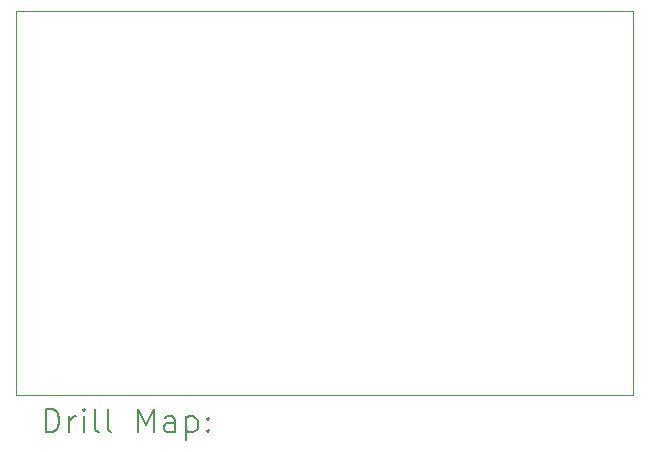
<source format=gbr>
%FSLAX45Y45*%
G04 Gerber Fmt 4.5, Leading zero omitted, Abs format (unit mm)*
G04 Created by KiCad (PCBNEW (6.0.1)) date 2022-02-22 15:37:10*
%MOMM*%
%LPD*%
G01*
G04 APERTURE LIST*
%TA.AperFunction,Profile*%
%ADD10C,0.100000*%
%TD*%
%ADD11C,0.200000*%
G04 APERTURE END LIST*
D10*
X4851400Y-4279900D02*
X10071100Y-4279900D01*
X10071100Y-4279900D02*
X10071100Y-7531100D01*
X10071100Y-7531100D02*
X4851400Y-7531100D01*
X4851400Y-7531100D02*
X4851400Y-4279900D01*
D11*
X5104019Y-7846576D02*
X5104019Y-7646576D01*
X5151638Y-7646576D01*
X5180210Y-7656100D01*
X5199257Y-7675148D01*
X5208781Y-7694195D01*
X5218305Y-7732290D01*
X5218305Y-7760862D01*
X5208781Y-7798957D01*
X5199257Y-7818005D01*
X5180210Y-7837052D01*
X5151638Y-7846576D01*
X5104019Y-7846576D01*
X5304019Y-7846576D02*
X5304019Y-7713243D01*
X5304019Y-7751338D02*
X5313543Y-7732290D01*
X5323067Y-7722767D01*
X5342114Y-7713243D01*
X5361162Y-7713243D01*
X5427829Y-7846576D02*
X5427829Y-7713243D01*
X5427829Y-7646576D02*
X5418305Y-7656100D01*
X5427829Y-7665624D01*
X5437352Y-7656100D01*
X5427829Y-7646576D01*
X5427829Y-7665624D01*
X5551638Y-7846576D02*
X5532590Y-7837052D01*
X5523067Y-7818005D01*
X5523067Y-7646576D01*
X5656400Y-7846576D02*
X5637352Y-7837052D01*
X5627828Y-7818005D01*
X5627828Y-7646576D01*
X5884971Y-7846576D02*
X5884971Y-7646576D01*
X5951638Y-7789433D01*
X6018305Y-7646576D01*
X6018305Y-7846576D01*
X6199257Y-7846576D02*
X6199257Y-7741814D01*
X6189733Y-7722767D01*
X6170686Y-7713243D01*
X6132590Y-7713243D01*
X6113543Y-7722767D01*
X6199257Y-7837052D02*
X6180209Y-7846576D01*
X6132590Y-7846576D01*
X6113543Y-7837052D01*
X6104019Y-7818005D01*
X6104019Y-7798957D01*
X6113543Y-7779909D01*
X6132590Y-7770386D01*
X6180209Y-7770386D01*
X6199257Y-7760862D01*
X6294495Y-7713243D02*
X6294495Y-7913243D01*
X6294495Y-7722767D02*
X6313543Y-7713243D01*
X6351638Y-7713243D01*
X6370686Y-7722767D01*
X6380209Y-7732290D01*
X6389733Y-7751338D01*
X6389733Y-7808481D01*
X6380209Y-7827528D01*
X6370686Y-7837052D01*
X6351638Y-7846576D01*
X6313543Y-7846576D01*
X6294495Y-7837052D01*
X6475448Y-7827528D02*
X6484971Y-7837052D01*
X6475448Y-7846576D01*
X6465924Y-7837052D01*
X6475448Y-7827528D01*
X6475448Y-7846576D01*
X6475448Y-7722767D02*
X6484971Y-7732290D01*
X6475448Y-7741814D01*
X6465924Y-7732290D01*
X6475448Y-7722767D01*
X6475448Y-7741814D01*
M02*

</source>
